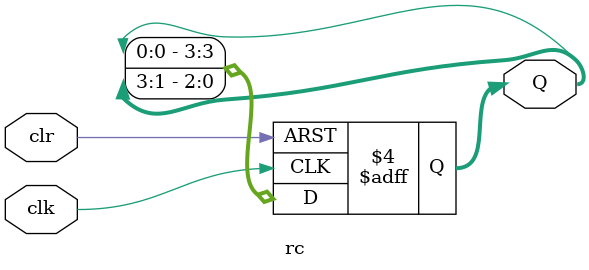
<source format=v>
`timescale 1ns / 1ps


module rc(clk,clr,Q);
    input clk,clr;
    output [3:0] Q;
    reg [3:0] Q=4'b0000;
    
    always @(posedge clk or posedge clr)
        begin 
        if(clr==1)
            Q<=1;
        else
            begin
            Q[3]<=Q[0];
            Q[2:0]<=Q[3:1];
            end
    end
endmodule

</source>
